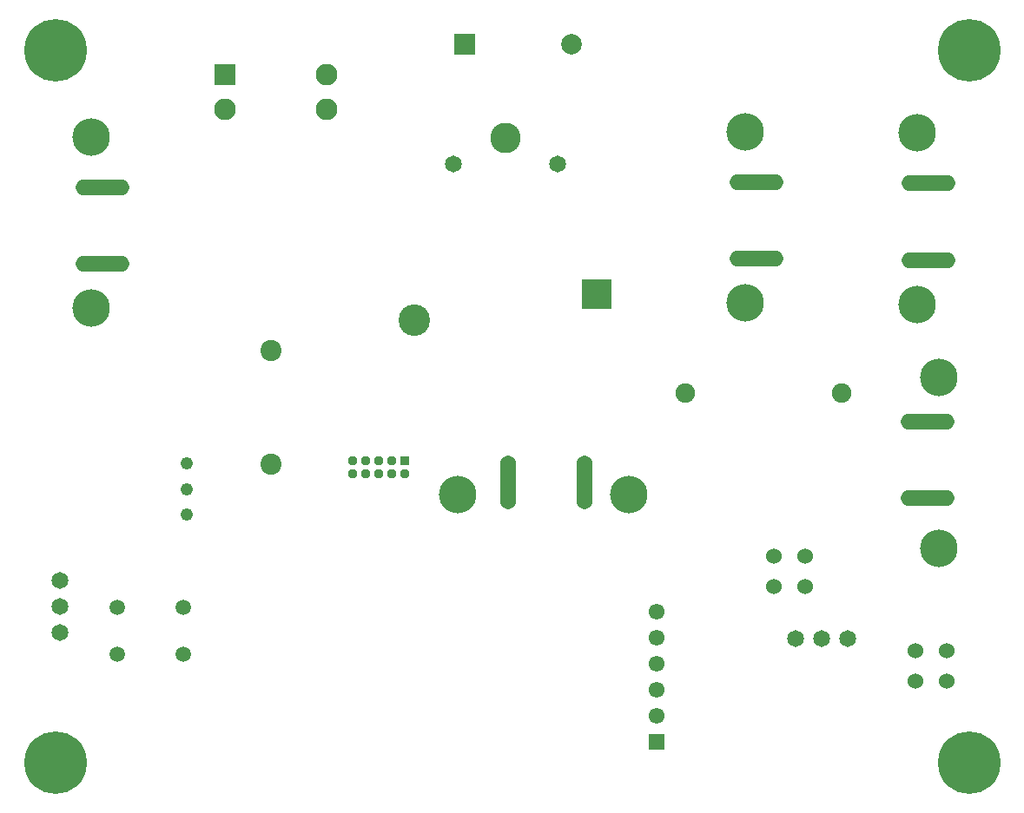
<source format=gbr>
%FSTAX23Y23*%
%MOIN*%
%SFA1B1*%

%IPPOS*%
%ADD27C,0.060000*%
%ADD28R,0.061000X0.061000*%
%ADD29C,0.061000*%
%ADD30O,0.207000X0.060000*%
%ADD31C,0.144000*%
%ADD32O,0.060000X0.207000*%
%ADD33C,0.079000*%
%ADD34R,0.079000X0.079000*%
%ADD35C,0.081000*%
%ADD36C,0.083000*%
%ADD37R,0.083000X0.083000*%
%ADD38C,0.037000*%
%ADD39R,0.037000X0.037000*%
%ADD40C,0.059000*%
%ADD41C,0.065000*%
%ADD42C,0.049000*%
%ADD43C,0.240000*%
%ADD44C,0.075000*%
%ADD45C,0.065000*%
%ADD46C,0.121000*%
%ADD47C,0.117000*%
%ADD48R,0.117000X0.117000*%
%LNbatt_man_rev2_pads_bot-1*%
%LPD*%
G54D27*
X03569Y00921D03*
X03451D03*
X03569Y01039D03*
X03451D03*
X03025Y01403D03*
Y01285D03*
X02907Y01403D03*
Y01285D03*
G54D28*
X02455Y0069D03*
G54D29*
X02455Y0079D03*
Y0089D03*
Y0099D03*
Y0109D03*
Y0119D03*
G54D30*
X03495Y01625D03*
Y0192D03*
X0033Y0282D03*
Y02525D03*
X035Y02835D03*
Y0254D03*
X0284Y0284D03*
Y02545D03*
G54D31*
X0354Y01432D03*
Y0209D03*
X01692Y0164D03*
X0235D03*
X00285Y03013D03*
Y02355D03*
X03455Y03028D03*
Y0237D03*
X02795Y03033D03*
Y02375D03*
G54D32*
X01885Y01685D03*
X0218D03*
G54D33*
X02131Y0337D03*
G54D34*
X01719Y0337D03*
G54D35*
X00975Y02193D03*
Y01755D03*
G54D36*
X008Y03118D03*
X0119D03*
Y03252D03*
G54D37*
X008Y03252D03*
G54D38*
X0129Y0172D03*
X0134D03*
X0139D03*
X0144D03*
X0149D03*
X0129Y0177D03*
X0134D03*
X0139D03*
X0144D03*
G54D39*
X0149Y0177D03*
G54D40*
X00385Y01204D03*
X00641D03*
X00385Y01026D03*
X00641D03*
G54D41*
X00165Y0131D03*
Y0121D03*
Y0111D03*
X0299Y01085D03*
X0309D03*
X0319D03*
G54D42*
X00654Y01758D03*
Y0166D03*
Y01562D03*
G54D43*
X0015Y03345D03*
Y0061D03*
X03655Y03345D03*
Y0061D03*
G54D44*
X02565Y0203D03*
X03165D03*
G54D45*
X02075Y0291D03*
X01675D03*
G54D46*
X01525Y0231D03*
G54D47*
X01875Y0301D03*
G54D48*
X02225Y0241D03*
M02*
</source>
